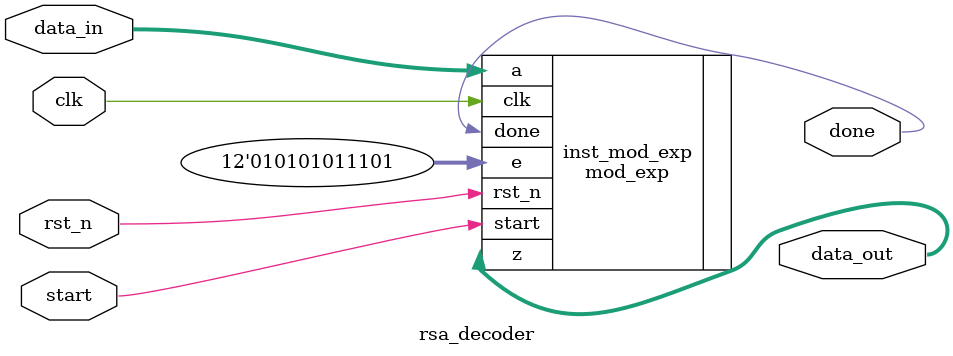
<source format=v>
`timescale 1ns / 1ps

module rsa_decoder (
        input clk,
        input rst_n,
        input start,
        input [n_bit-1:0] data_in,
        output [n_bit-1:0] data_out,
        output done
    );

    parameter n = 12'd3551;
    parameter n_bit = 12;
    parameter logr = 3;
    parameter p =  3'd1;
    parameter Rmodn = 12'd545;
    parameter R2modn = 12'd2292;
    parameter d = 12'd1373;

    // mod_exp
    mod_exp #(
                .n     (n),
                .n_bit (n_bit),
                .logr  (logr),
                .p     (p),
                .Rmodn (Rmodn),
                .R2modn(R2modn)
            ) inst_mod_exp (
                .a    (data_in),
                .e    (d),
                .clk  (clk),
                .rst_n(rst_n),
                .start(start),
                .z    (data_out),
                .done (done)
            );
endmodule

</source>
